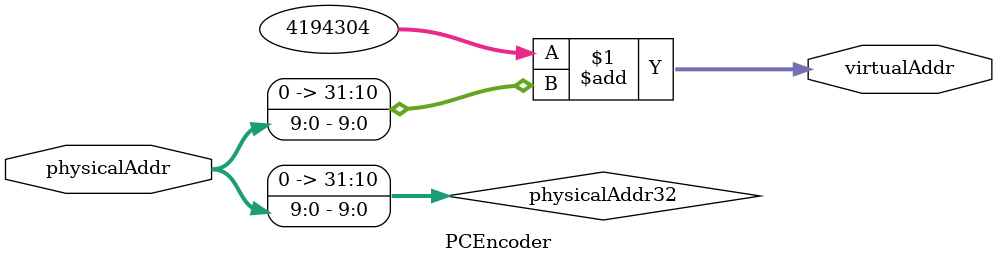
<source format=v>
module PCEncoder(
    input [9:0] physicalAddr,
    output [31:0] virtualAddr
);
    wire [31:0] physicalAddr32;

    assign physicalAddr32 = {22'b0,physicalAddr} ;
    assign virtualAddr = 32'h00400000 + physicalAddr32;


endmodule
</source>
